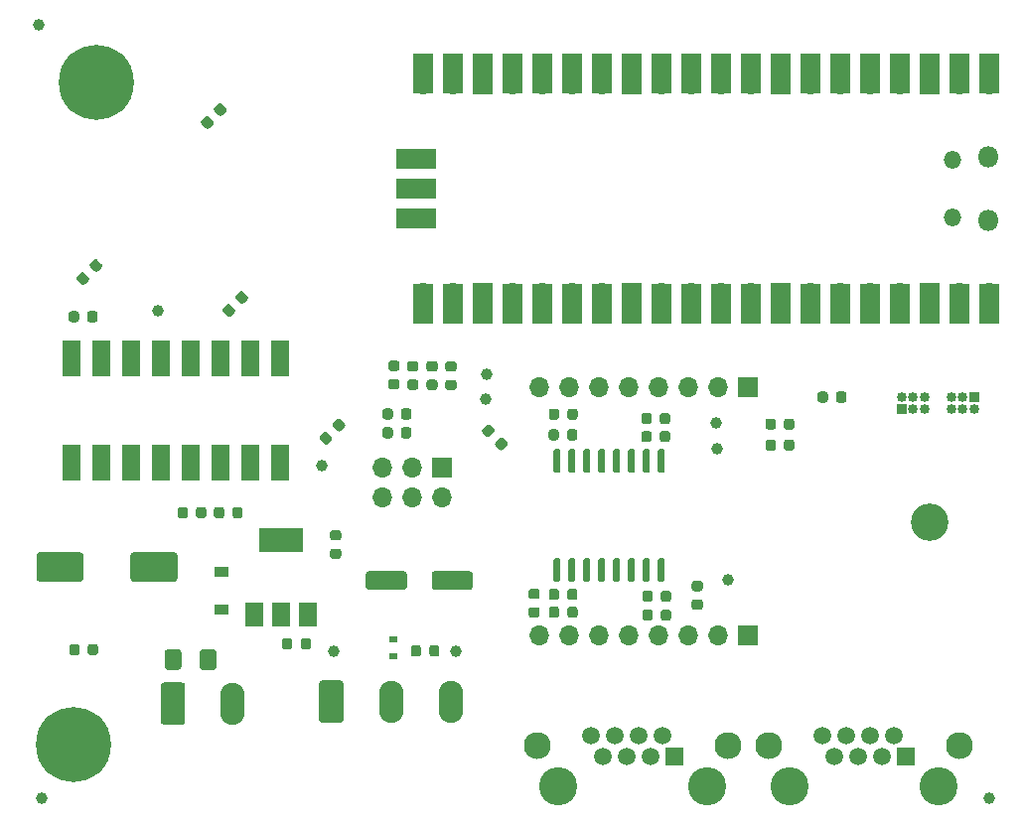
<source format=gbr>
%TF.GenerationSoftware,KiCad,Pcbnew,5.1.9+dfsg1-1+deb11u1*%
%TF.CreationDate,2022-10-19T16:44:56+02:00*%
%TF.ProjectId,firefly,66697265-666c-4792-9e6b-696361645f70,rev?*%
%TF.SameCoordinates,Original*%
%TF.FileFunction,Soldermask,Top*%
%TF.FilePolarity,Negative*%
%FSLAX46Y46*%
G04 Gerber Fmt 4.6, Leading zero omitted, Abs format (unit mm)*
G04 Created by KiCad (PCBNEW 5.1.9+dfsg1-1+deb11u1) date 2022-10-19 16:44:56*
%MOMM*%
%LPD*%
G01*
G04 APERTURE LIST*
%ADD10C,1.000000*%
%ADD11C,2.300000*%
%ADD12C,3.250000*%
%ADD13C,1.500000*%
%ADD14R,1.500000X1.500000*%
%ADD15O,2.080000X3.600000*%
%ADD16R,1.200000X0.900000*%
%ADD17R,1.700000X1.700000*%
%ADD18O,1.700000X1.700000*%
%ADD19R,1.600000X3.100000*%
%ADD20C,3.200000*%
%ADD21C,0.800000*%
%ADD22C,6.400000*%
%ADD23R,3.800000X2.000000*%
%ADD24R,1.500000X2.000000*%
%ADD25R,0.700000X0.600000*%
%ADD26O,0.850000X0.850000*%
%ADD27R,0.850000X0.850000*%
%ADD28R,1.700000X3.500000*%
%ADD29O,1.800000X1.800000*%
%ADD30O,1.500000X1.500000*%
%ADD31R,3.500000X1.700000*%
G04 APERTURE END LIST*
%TO.C,C120*%
G36*
G01*
X142026316Y-68766291D02*
X142388709Y-69128684D01*
G75*
G02*
X142388709Y-69438044I-154680J-154680D01*
G01*
X142079350Y-69747403D01*
G75*
G02*
X141769990Y-69747403I-154680J154680D01*
G01*
X141407597Y-69385010D01*
G75*
G02*
X141407597Y-69075650I154680J154680D01*
G01*
X141716956Y-68766291D01*
G75*
G02*
X142026316Y-68766291I154680J-154680D01*
G01*
G37*
G36*
G01*
X143140010Y-67652597D02*
X143502403Y-68014990D01*
G75*
G02*
X143502403Y-68324350I-154680J-154680D01*
G01*
X143193044Y-68633709D01*
G75*
G02*
X142883684Y-68633709I-154680J154680D01*
G01*
X142521291Y-68271316D01*
G75*
G02*
X142521291Y-67961956I154680J154680D01*
G01*
X142830650Y-67652597D01*
G75*
G02*
X143140010Y-67652597I154680J-154680D01*
G01*
G37*
%TD*%
%TO.C,C109*%
G36*
G01*
X159755000Y-100143750D02*
X159755000Y-100656250D01*
G75*
G02*
X159536250Y-100875000I-218750J0D01*
G01*
X159098750Y-100875000D01*
G75*
G02*
X158880000Y-100656250I0J218750D01*
G01*
X158880000Y-100143750D01*
G75*
G02*
X159098750Y-99925000I218750J0D01*
G01*
X159536250Y-99925000D01*
G75*
G02*
X159755000Y-100143750I0J-218750D01*
G01*
G37*
G36*
G01*
X161330000Y-100143750D02*
X161330000Y-100656250D01*
G75*
G02*
X161111250Y-100875000I-218750J0D01*
G01*
X160673750Y-100875000D01*
G75*
G02*
X160455000Y-100656250I0J218750D01*
G01*
X160455000Y-100143750D01*
G75*
G02*
X160673750Y-99925000I218750J0D01*
G01*
X161111250Y-99925000D01*
G75*
G02*
X161330000Y-100143750I0J-218750D01*
G01*
G37*
%TD*%
D10*
%TO.C,FID3*%
X138361000Y-113600000D03*
%TD*%
%TO.C,FID1*%
X138107000Y-47628000D03*
%TD*%
%TO.C,C121*%
G36*
G01*
X152374190Y-56439643D02*
X152011797Y-56077250D01*
G75*
G02*
X152011797Y-55767890I154680J154680D01*
G01*
X152321156Y-55458531D01*
G75*
G02*
X152630516Y-55458531I154680J-154680D01*
G01*
X152992909Y-55820924D01*
G75*
G02*
X152992909Y-56130284I-154680J-154680D01*
G01*
X152683550Y-56439643D01*
G75*
G02*
X152374190Y-56439643I-154680J154680D01*
G01*
G37*
G36*
G01*
X153487884Y-55325949D02*
X153125491Y-54963556D01*
G75*
G02*
X153125491Y-54654196I154680J154680D01*
G01*
X153434850Y-54344837D01*
G75*
G02*
X153744210Y-54344837I154680J-154680D01*
G01*
X154106603Y-54707230D01*
G75*
G02*
X154106603Y-55016590I-154680J-154680D01*
G01*
X153797244Y-55325949D01*
G75*
G02*
X153487884Y-55325949I-154680J154680D01*
G01*
G37*
%TD*%
%TO.C,C123*%
G36*
G01*
X162482343Y-83364650D02*
X162119950Y-83002257D01*
G75*
G02*
X162119950Y-82692897I154680J154680D01*
G01*
X162429309Y-82383538D01*
G75*
G02*
X162738669Y-82383538I154680J-154680D01*
G01*
X163101062Y-82745931D01*
G75*
G02*
X163101062Y-83055291I-154680J-154680D01*
G01*
X162791703Y-83364650D01*
G75*
G02*
X162482343Y-83364650I-154680J154680D01*
G01*
G37*
G36*
G01*
X163596037Y-82250956D02*
X163233644Y-81888563D01*
G75*
G02*
X163233644Y-81579203I154680J154680D01*
G01*
X163543003Y-81269844D01*
G75*
G02*
X163852363Y-81269844I154680J-154680D01*
G01*
X164214756Y-81632237D01*
G75*
G02*
X164214756Y-81941597I-154680J-154680D01*
G01*
X163905397Y-82250956D01*
G75*
G02*
X163596037Y-82250956I-154680J154680D01*
G01*
G37*
%TD*%
%TO.C,R2*%
G36*
G01*
X173018750Y-77890000D02*
X173531250Y-77890000D01*
G75*
G02*
X173750000Y-78108750I0J-218750D01*
G01*
X173750000Y-78546250D01*
G75*
G02*
X173531250Y-78765000I-218750J0D01*
G01*
X173018750Y-78765000D01*
G75*
G02*
X172800000Y-78546250I0J218750D01*
G01*
X172800000Y-78108750D01*
G75*
G02*
X173018750Y-77890000I218750J0D01*
G01*
G37*
G36*
G01*
X173018750Y-76315000D02*
X173531250Y-76315000D01*
G75*
G02*
X173750000Y-76533750I0J-218750D01*
G01*
X173750000Y-76971250D01*
G75*
G02*
X173531250Y-77190000I-218750J0D01*
G01*
X173018750Y-77190000D01*
G75*
G02*
X172800000Y-76971250I0J218750D01*
G01*
X172800000Y-76533750D01*
G75*
G02*
X173018750Y-76315000I218750J0D01*
G01*
G37*
%TD*%
D11*
%TO.C,J2*%
X216645000Y-109120000D03*
X200385000Y-109120000D03*
D12*
X202165000Y-112550000D03*
X214865000Y-112550000D03*
D13*
X204963000Y-108230000D03*
X206995000Y-108230000D03*
X209027000Y-108230000D03*
X211059000Y-108230000D03*
X205979000Y-110010000D03*
X208011000Y-110010000D03*
X210043000Y-110010000D03*
D14*
X212075000Y-110010000D03*
%TD*%
%TO.C,J1*%
X192315000Y-110010000D03*
D13*
X190283000Y-110010000D03*
X188251000Y-110010000D03*
X186219000Y-110010000D03*
X191299000Y-108230000D03*
X189267000Y-108230000D03*
X187235000Y-108230000D03*
X185203000Y-108230000D03*
D12*
X195105000Y-112550000D03*
X182405000Y-112550000D03*
D11*
X180625000Y-109120000D03*
X196885000Y-109120000D03*
%TD*%
%TO.C,Jadd1*%
G36*
G01*
X162035000Y-106870003D02*
X162035000Y-103769997D01*
G75*
G02*
X162284997Y-103520000I249997J0D01*
G01*
X163865003Y-103520000D01*
G75*
G02*
X164115000Y-103769997I0J-249997D01*
G01*
X164115000Y-106870003D01*
G75*
G02*
X163865003Y-107120000I-249997J0D01*
G01*
X162284997Y-107120000D01*
G75*
G02*
X162035000Y-106870003I0J249997D01*
G01*
G37*
D15*
X168155000Y-105320000D03*
X173235000Y-105320000D03*
%TD*%
%TO.C,Cvin1*%
G36*
G01*
X137955000Y-94850000D02*
X137955000Y-92850000D01*
G75*
G02*
X138205000Y-92600000I250000J0D01*
G01*
X141705000Y-92600000D01*
G75*
G02*
X141955000Y-92850000I0J-250000D01*
G01*
X141955000Y-94850000D01*
G75*
G02*
X141705000Y-95100000I-250000J0D01*
G01*
X138205000Y-95100000D01*
G75*
G02*
X137955000Y-94850000I0J250000D01*
G01*
G37*
G36*
G01*
X145955000Y-94850000D02*
X145955000Y-92850000D01*
G75*
G02*
X146205000Y-92600000I250000J0D01*
G01*
X149705000Y-92600000D01*
G75*
G02*
X149955000Y-92850000I0J-250000D01*
G01*
X149955000Y-94850000D01*
G75*
G02*
X149705000Y-95100000I-250000J0D01*
G01*
X146205000Y-95100000D01*
G75*
G02*
X145955000Y-94850000I0J250000D01*
G01*
G37*
%TD*%
%TO.C,C102*%
G36*
G01*
X167450000Y-81056250D02*
X167450000Y-80543750D01*
G75*
G02*
X167668750Y-80325000I218750J0D01*
G01*
X168106250Y-80325000D01*
G75*
G02*
X168325000Y-80543750I0J-218750D01*
G01*
X168325000Y-81056250D01*
G75*
G02*
X168106250Y-81275000I-218750J0D01*
G01*
X167668750Y-81275000D01*
G75*
G02*
X167450000Y-81056250I0J218750D01*
G01*
G37*
G36*
G01*
X169025000Y-81056250D02*
X169025000Y-80543750D01*
G75*
G02*
X169243750Y-80325000I218750J0D01*
G01*
X169681250Y-80325000D01*
G75*
G02*
X169900000Y-80543750I0J-218750D01*
G01*
X169900000Y-81056250D01*
G75*
G02*
X169681250Y-81275000I-218750J0D01*
G01*
X169243750Y-81275000D01*
G75*
G02*
X169025000Y-81056250I0J218750D01*
G01*
G37*
%TD*%
%TO.C,C103*%
G36*
G01*
X200965000Y-83203750D02*
X200965000Y-83716250D01*
G75*
G02*
X200746250Y-83935000I-218750J0D01*
G01*
X200308750Y-83935000D01*
G75*
G02*
X200090000Y-83716250I0J218750D01*
G01*
X200090000Y-83203750D01*
G75*
G02*
X200308750Y-82985000I218750J0D01*
G01*
X200746250Y-82985000D01*
G75*
G02*
X200965000Y-83203750I0J-218750D01*
G01*
G37*
G36*
G01*
X202540000Y-83203750D02*
X202540000Y-83716250D01*
G75*
G02*
X202321250Y-83935000I-218750J0D01*
G01*
X201883750Y-83935000D01*
G75*
G02*
X201665000Y-83716250I0J218750D01*
G01*
X201665000Y-83203750D01*
G75*
G02*
X201883750Y-82985000I218750J0D01*
G01*
X202321250Y-82985000D01*
G75*
G02*
X202540000Y-83203750I0J-218750D01*
G01*
G37*
%TD*%
%TO.C,C104*%
G36*
G01*
X167450000Y-82656250D02*
X167450000Y-82143750D01*
G75*
G02*
X167668750Y-81925000I218750J0D01*
G01*
X168106250Y-81925000D01*
G75*
G02*
X168325000Y-82143750I0J-218750D01*
G01*
X168325000Y-82656250D01*
G75*
G02*
X168106250Y-82875000I-218750J0D01*
G01*
X167668750Y-82875000D01*
G75*
G02*
X167450000Y-82656250I0J218750D01*
G01*
G37*
G36*
G01*
X169025000Y-82656250D02*
X169025000Y-82143750D01*
G75*
G02*
X169243750Y-81925000I218750J0D01*
G01*
X169681250Y-81925000D01*
G75*
G02*
X169900000Y-82143750I0J-218750D01*
G01*
X169900000Y-82656250D01*
G75*
G02*
X169681250Y-82875000I-218750J0D01*
G01*
X169243750Y-82875000D01*
G75*
G02*
X169025000Y-82656250I0J218750D01*
G01*
G37*
%TD*%
%TO.C,C105*%
G36*
G01*
X200965000Y-81403750D02*
X200965000Y-81916250D01*
G75*
G02*
X200746250Y-82135000I-218750J0D01*
G01*
X200308750Y-82135000D01*
G75*
G02*
X200090000Y-81916250I0J218750D01*
G01*
X200090000Y-81403750D01*
G75*
G02*
X200308750Y-81185000I218750J0D01*
G01*
X200746250Y-81185000D01*
G75*
G02*
X200965000Y-81403750I0J-218750D01*
G01*
G37*
G36*
G01*
X202540000Y-81403750D02*
X202540000Y-81916250D01*
G75*
G02*
X202321250Y-82135000I-218750J0D01*
G01*
X201883750Y-82135000D01*
G75*
G02*
X201665000Y-81916250I0J218750D01*
G01*
X201665000Y-81403750D01*
G75*
G02*
X201883750Y-81185000I218750J0D01*
G01*
X202321250Y-81185000D01*
G75*
G02*
X202540000Y-81403750I0J-218750D01*
G01*
G37*
%TD*%
%TO.C,C108*%
G36*
G01*
X205415000Y-79103750D02*
X205415000Y-79616250D01*
G75*
G02*
X205196250Y-79835000I-218750J0D01*
G01*
X204758750Y-79835000D01*
G75*
G02*
X204540000Y-79616250I0J218750D01*
G01*
X204540000Y-79103750D01*
G75*
G02*
X204758750Y-78885000I218750J0D01*
G01*
X205196250Y-78885000D01*
G75*
G02*
X205415000Y-79103750I0J-218750D01*
G01*
G37*
G36*
G01*
X206990000Y-79103750D02*
X206990000Y-79616250D01*
G75*
G02*
X206771250Y-79835000I-218750J0D01*
G01*
X206333750Y-79835000D01*
G75*
G02*
X206115000Y-79616250I0J218750D01*
G01*
X206115000Y-79103750D01*
G75*
G02*
X206333750Y-78885000I218750J0D01*
G01*
X206771250Y-78885000D01*
G75*
G02*
X206990000Y-79103750I0J-218750D01*
G01*
G37*
%TD*%
%TO.C,C110*%
G36*
G01*
X163188750Y-90705000D02*
X163701250Y-90705000D01*
G75*
G02*
X163920000Y-90923750I0J-218750D01*
G01*
X163920000Y-91361250D01*
G75*
G02*
X163701250Y-91580000I-218750J0D01*
G01*
X163188750Y-91580000D01*
G75*
G02*
X162970000Y-91361250I0J218750D01*
G01*
X162970000Y-90923750D01*
G75*
G02*
X163188750Y-90705000I218750J0D01*
G01*
G37*
G36*
G01*
X163188750Y-92280000D02*
X163701250Y-92280000D01*
G75*
G02*
X163920000Y-92498750I0J-218750D01*
G01*
X163920000Y-92936250D01*
G75*
G02*
X163701250Y-93155000I-218750J0D01*
G01*
X163188750Y-93155000D01*
G75*
G02*
X162970000Y-92936250I0J218750D01*
G01*
X162970000Y-92498750D01*
G75*
G02*
X163188750Y-92280000I218750J0D01*
G01*
G37*
%TD*%
%TO.C,C111*%
G36*
G01*
X184050000Y-82318750D02*
X184050000Y-82831250D01*
G75*
G02*
X183831250Y-83050000I-218750J0D01*
G01*
X183393750Y-83050000D01*
G75*
G02*
X183175000Y-82831250I0J218750D01*
G01*
X183175000Y-82318750D01*
G75*
G02*
X183393750Y-82100000I218750J0D01*
G01*
X183831250Y-82100000D01*
G75*
G02*
X184050000Y-82318750I0J-218750D01*
G01*
G37*
G36*
G01*
X182475000Y-82318750D02*
X182475000Y-82831250D01*
G75*
G02*
X182256250Y-83050000I-218750J0D01*
G01*
X181818750Y-83050000D01*
G75*
G02*
X181600000Y-82831250I0J218750D01*
G01*
X181600000Y-82318750D01*
G75*
G02*
X181818750Y-82100000I218750J0D01*
G01*
X182256250Y-82100000D01*
G75*
G02*
X182475000Y-82318750I0J-218750D01*
G01*
G37*
%TD*%
%TO.C,C112*%
G36*
G01*
X190385000Y-82473750D02*
X190385000Y-82986250D01*
G75*
G02*
X190166250Y-83205000I-218750J0D01*
G01*
X189728750Y-83205000D01*
G75*
G02*
X189510000Y-82986250I0J218750D01*
G01*
X189510000Y-82473750D01*
G75*
G02*
X189728750Y-82255000I218750J0D01*
G01*
X190166250Y-82255000D01*
G75*
G02*
X190385000Y-82473750I0J-218750D01*
G01*
G37*
G36*
G01*
X191960000Y-82473750D02*
X191960000Y-82986250D01*
G75*
G02*
X191741250Y-83205000I-218750J0D01*
G01*
X191303750Y-83205000D01*
G75*
G02*
X191085000Y-82986250I0J218750D01*
G01*
X191085000Y-82473750D01*
G75*
G02*
X191303750Y-82255000I218750J0D01*
G01*
X191741250Y-82255000D01*
G75*
G02*
X191960000Y-82473750I0J-218750D01*
G01*
G37*
%TD*%
%TO.C,C113*%
G36*
G01*
X181625000Y-81081250D02*
X181625000Y-80568750D01*
G75*
G02*
X181843750Y-80350000I218750J0D01*
G01*
X182281250Y-80350000D01*
G75*
G02*
X182500000Y-80568750I0J-218750D01*
G01*
X182500000Y-81081250D01*
G75*
G02*
X182281250Y-81300000I-218750J0D01*
G01*
X181843750Y-81300000D01*
G75*
G02*
X181625000Y-81081250I0J218750D01*
G01*
G37*
G36*
G01*
X183200000Y-81081250D02*
X183200000Y-80568750D01*
G75*
G02*
X183418750Y-80350000I218750J0D01*
G01*
X183856250Y-80350000D01*
G75*
G02*
X184075000Y-80568750I0J-218750D01*
G01*
X184075000Y-81081250D01*
G75*
G02*
X183856250Y-81300000I-218750J0D01*
G01*
X183418750Y-81300000D01*
G75*
G02*
X183200000Y-81081250I0J218750D01*
G01*
G37*
%TD*%
%TO.C,C114*%
G36*
G01*
X189510000Y-81446250D02*
X189510000Y-80933750D01*
G75*
G02*
X189728750Y-80715000I218750J0D01*
G01*
X190166250Y-80715000D01*
G75*
G02*
X190385000Y-80933750I0J-218750D01*
G01*
X190385000Y-81446250D01*
G75*
G02*
X190166250Y-81665000I-218750J0D01*
G01*
X189728750Y-81665000D01*
G75*
G02*
X189510000Y-81446250I0J218750D01*
G01*
G37*
G36*
G01*
X191085000Y-81446250D02*
X191085000Y-80933750D01*
G75*
G02*
X191303750Y-80715000I218750J0D01*
G01*
X191741250Y-80715000D01*
G75*
G02*
X191960000Y-80933750I0J-218750D01*
G01*
X191960000Y-81446250D01*
G75*
G02*
X191741250Y-81665000I-218750J0D01*
G01*
X191303750Y-81665000D01*
G75*
G02*
X191085000Y-81446250I0J218750D01*
G01*
G37*
%TD*%
%TO.C,C115*%
G36*
G01*
X189600000Y-96606250D02*
X189600000Y-96093750D01*
G75*
G02*
X189818750Y-95875000I218750J0D01*
G01*
X190256250Y-95875000D01*
G75*
G02*
X190475000Y-96093750I0J-218750D01*
G01*
X190475000Y-96606250D01*
G75*
G02*
X190256250Y-96825000I-218750J0D01*
G01*
X189818750Y-96825000D01*
G75*
G02*
X189600000Y-96606250I0J218750D01*
G01*
G37*
G36*
G01*
X191175000Y-96606250D02*
X191175000Y-96093750D01*
G75*
G02*
X191393750Y-95875000I218750J0D01*
G01*
X191831250Y-95875000D01*
G75*
G02*
X192050000Y-96093750I0J-218750D01*
G01*
X192050000Y-96606250D01*
G75*
G02*
X191831250Y-96825000I-218750J0D01*
G01*
X191393750Y-96825000D01*
G75*
G02*
X191175000Y-96606250I0J218750D01*
G01*
G37*
%TD*%
%TO.C,C116*%
G36*
G01*
X181615000Y-96436250D02*
X181615000Y-95923750D01*
G75*
G02*
X181833750Y-95705000I218750J0D01*
G01*
X182271250Y-95705000D01*
G75*
G02*
X182490000Y-95923750I0J-218750D01*
G01*
X182490000Y-96436250D01*
G75*
G02*
X182271250Y-96655000I-218750J0D01*
G01*
X181833750Y-96655000D01*
G75*
G02*
X181615000Y-96436250I0J218750D01*
G01*
G37*
G36*
G01*
X183190000Y-96436250D02*
X183190000Y-95923750D01*
G75*
G02*
X183408750Y-95705000I218750J0D01*
G01*
X183846250Y-95705000D01*
G75*
G02*
X184065000Y-95923750I0J-218750D01*
G01*
X184065000Y-96436250D01*
G75*
G02*
X183846250Y-96655000I-218750J0D01*
G01*
X183408750Y-96655000D01*
G75*
G02*
X183190000Y-96436250I0J218750D01*
G01*
G37*
%TD*%
%TO.C,C117*%
G36*
G01*
X191175000Y-98206250D02*
X191175000Y-97693750D01*
G75*
G02*
X191393750Y-97475000I218750J0D01*
G01*
X191831250Y-97475000D01*
G75*
G02*
X192050000Y-97693750I0J-218750D01*
G01*
X192050000Y-98206250D01*
G75*
G02*
X191831250Y-98425000I-218750J0D01*
G01*
X191393750Y-98425000D01*
G75*
G02*
X191175000Y-98206250I0J218750D01*
G01*
G37*
G36*
G01*
X189600000Y-98206250D02*
X189600000Y-97693750D01*
G75*
G02*
X189818750Y-97475000I218750J0D01*
G01*
X190256250Y-97475000D01*
G75*
G02*
X190475000Y-97693750I0J-218750D01*
G01*
X190475000Y-98206250D01*
G75*
G02*
X190256250Y-98425000I-218750J0D01*
G01*
X189818750Y-98425000D01*
G75*
G02*
X189600000Y-98206250I0J218750D01*
G01*
G37*
%TD*%
%TO.C,C118*%
G36*
G01*
X183195000Y-97956250D02*
X183195000Y-97443750D01*
G75*
G02*
X183413750Y-97225000I218750J0D01*
G01*
X183851250Y-97225000D01*
G75*
G02*
X184070000Y-97443750I0J-218750D01*
G01*
X184070000Y-97956250D01*
G75*
G02*
X183851250Y-98175000I-218750J0D01*
G01*
X183413750Y-98175000D01*
G75*
G02*
X183195000Y-97956250I0J218750D01*
G01*
G37*
G36*
G01*
X181620000Y-97956250D02*
X181620000Y-97443750D01*
G75*
G02*
X181838750Y-97225000I218750J0D01*
G01*
X182276250Y-97225000D01*
G75*
G02*
X182495000Y-97443750I0J-218750D01*
G01*
X182495000Y-97956250D01*
G75*
G02*
X182276250Y-98175000I-218750J0D01*
G01*
X181838750Y-98175000D01*
G75*
G02*
X181620000Y-97956250I0J218750D01*
G01*
G37*
%TD*%
D16*
%TO.C,D102*%
X153755000Y-97520000D03*
X153755000Y-94220000D03*
%TD*%
%TO.C,D103*%
G36*
G01*
X154655000Y-89476250D02*
X154655000Y-88963750D01*
G75*
G02*
X154873750Y-88745000I218750J0D01*
G01*
X155311250Y-88745000D01*
G75*
G02*
X155530000Y-88963750I0J-218750D01*
G01*
X155530000Y-89476250D01*
G75*
G02*
X155311250Y-89695000I-218750J0D01*
G01*
X154873750Y-89695000D01*
G75*
G02*
X154655000Y-89476250I0J218750D01*
G01*
G37*
G36*
G01*
X153080000Y-89476250D02*
X153080000Y-88963750D01*
G75*
G02*
X153298750Y-88745000I218750J0D01*
G01*
X153736250Y-88745000D01*
G75*
G02*
X153955000Y-88963750I0J-218750D01*
G01*
X153955000Y-89476250D01*
G75*
G02*
X153736250Y-89695000I-218750J0D01*
G01*
X153298750Y-89695000D01*
G75*
G02*
X153080000Y-89476250I0J218750D01*
G01*
G37*
%TD*%
D17*
%TO.C,J101*%
X172475000Y-85400000D03*
D18*
X172475000Y-87940000D03*
X169935000Y-85400000D03*
X169935000Y-87940000D03*
X167395000Y-85400000D03*
X167395000Y-87940000D03*
%TD*%
%TO.C,R102*%
G36*
G01*
X143150000Y-72243750D02*
X143150000Y-72756250D01*
G75*
G02*
X142931250Y-72975000I-218750J0D01*
G01*
X142493750Y-72975000D01*
G75*
G02*
X142275000Y-72756250I0J218750D01*
G01*
X142275000Y-72243750D01*
G75*
G02*
X142493750Y-72025000I218750J0D01*
G01*
X142931250Y-72025000D01*
G75*
G02*
X143150000Y-72243750I0J-218750D01*
G01*
G37*
G36*
G01*
X141575000Y-72243750D02*
X141575000Y-72756250D01*
G75*
G02*
X141356250Y-72975000I-218750J0D01*
G01*
X140918750Y-72975000D01*
G75*
G02*
X140700000Y-72756250I0J218750D01*
G01*
X140700000Y-72243750D01*
G75*
G02*
X140918750Y-72025000I218750J0D01*
G01*
X141356250Y-72025000D01*
G75*
G02*
X141575000Y-72243750I0J-218750D01*
G01*
G37*
%TD*%
%TO.C,R104*%
G36*
G01*
X151545000Y-89476250D02*
X151545000Y-88963750D01*
G75*
G02*
X151763750Y-88745000I218750J0D01*
G01*
X152201250Y-88745000D01*
G75*
G02*
X152420000Y-88963750I0J-218750D01*
G01*
X152420000Y-89476250D01*
G75*
G02*
X152201250Y-89695000I-218750J0D01*
G01*
X151763750Y-89695000D01*
G75*
G02*
X151545000Y-89476250I0J218750D01*
G01*
G37*
G36*
G01*
X149970000Y-89476250D02*
X149970000Y-88963750D01*
G75*
G02*
X150188750Y-88745000I218750J0D01*
G01*
X150626250Y-88745000D01*
G75*
G02*
X150845000Y-88963750I0J-218750D01*
G01*
X150845000Y-89476250D01*
G75*
G02*
X150626250Y-89695000I-218750J0D01*
G01*
X150188750Y-89695000D01*
G75*
G02*
X149970000Y-89476250I0J218750D01*
G01*
G37*
%TD*%
%TO.C,Radd1*%
G36*
G01*
X169850000Y-101256250D02*
X169850000Y-100743750D01*
G75*
G02*
X170068750Y-100525000I218750J0D01*
G01*
X170506250Y-100525000D01*
G75*
G02*
X170725000Y-100743750I0J-218750D01*
G01*
X170725000Y-101256250D01*
G75*
G02*
X170506250Y-101475000I-218750J0D01*
G01*
X170068750Y-101475000D01*
G75*
G02*
X169850000Y-101256250I0J218750D01*
G01*
G37*
G36*
G01*
X171425000Y-101256250D02*
X171425000Y-100743750D01*
G75*
G02*
X171643750Y-100525000I218750J0D01*
G01*
X172081250Y-100525000D01*
G75*
G02*
X172300000Y-100743750I0J-218750D01*
G01*
X172300000Y-101256250D01*
G75*
G02*
X172081250Y-101475000I-218750J0D01*
G01*
X171643750Y-101475000D01*
G75*
G02*
X171425000Y-101256250I0J218750D01*
G01*
G37*
%TD*%
D19*
%TO.C,SW101*%
X140935000Y-84945000D03*
X158715000Y-76055000D03*
X143475000Y-84945000D03*
X156175000Y-76055000D03*
X146015000Y-84945000D03*
X153635000Y-76055000D03*
X148555000Y-84945000D03*
X151095000Y-76055000D03*
X151095000Y-84945000D03*
X148555000Y-76055000D03*
X153635000Y-84945000D03*
X146015000Y-76055000D03*
X156175000Y-84945000D03*
X143475000Y-76055000D03*
X158715000Y-84945000D03*
X140935000Y-76055000D03*
%TD*%
%TO.C,U103*%
G36*
G01*
X191070000Y-83775000D02*
X191370000Y-83775000D01*
G75*
G02*
X191520000Y-83925000I0J-150000D01*
G01*
X191520000Y-85675000D01*
G75*
G02*
X191370000Y-85825000I-150000J0D01*
G01*
X191070000Y-85825000D01*
G75*
G02*
X190920000Y-85675000I0J150000D01*
G01*
X190920000Y-83925000D01*
G75*
G02*
X191070000Y-83775000I150000J0D01*
G01*
G37*
G36*
G01*
X189800000Y-83775000D02*
X190100000Y-83775000D01*
G75*
G02*
X190250000Y-83925000I0J-150000D01*
G01*
X190250000Y-85675000D01*
G75*
G02*
X190100000Y-85825000I-150000J0D01*
G01*
X189800000Y-85825000D01*
G75*
G02*
X189650000Y-85675000I0J150000D01*
G01*
X189650000Y-83925000D01*
G75*
G02*
X189800000Y-83775000I150000J0D01*
G01*
G37*
G36*
G01*
X188530000Y-83775000D02*
X188830000Y-83775000D01*
G75*
G02*
X188980000Y-83925000I0J-150000D01*
G01*
X188980000Y-85675000D01*
G75*
G02*
X188830000Y-85825000I-150000J0D01*
G01*
X188530000Y-85825000D01*
G75*
G02*
X188380000Y-85675000I0J150000D01*
G01*
X188380000Y-83925000D01*
G75*
G02*
X188530000Y-83775000I150000J0D01*
G01*
G37*
G36*
G01*
X187260000Y-83775000D02*
X187560000Y-83775000D01*
G75*
G02*
X187710000Y-83925000I0J-150000D01*
G01*
X187710000Y-85675000D01*
G75*
G02*
X187560000Y-85825000I-150000J0D01*
G01*
X187260000Y-85825000D01*
G75*
G02*
X187110000Y-85675000I0J150000D01*
G01*
X187110000Y-83925000D01*
G75*
G02*
X187260000Y-83775000I150000J0D01*
G01*
G37*
G36*
G01*
X185990000Y-83775000D02*
X186290000Y-83775000D01*
G75*
G02*
X186440000Y-83925000I0J-150000D01*
G01*
X186440000Y-85675000D01*
G75*
G02*
X186290000Y-85825000I-150000J0D01*
G01*
X185990000Y-85825000D01*
G75*
G02*
X185840000Y-85675000I0J150000D01*
G01*
X185840000Y-83925000D01*
G75*
G02*
X185990000Y-83775000I150000J0D01*
G01*
G37*
G36*
G01*
X184720000Y-83775000D02*
X185020000Y-83775000D01*
G75*
G02*
X185170000Y-83925000I0J-150000D01*
G01*
X185170000Y-85675000D01*
G75*
G02*
X185020000Y-85825000I-150000J0D01*
G01*
X184720000Y-85825000D01*
G75*
G02*
X184570000Y-85675000I0J150000D01*
G01*
X184570000Y-83925000D01*
G75*
G02*
X184720000Y-83775000I150000J0D01*
G01*
G37*
G36*
G01*
X183450000Y-83775000D02*
X183750000Y-83775000D01*
G75*
G02*
X183900000Y-83925000I0J-150000D01*
G01*
X183900000Y-85675000D01*
G75*
G02*
X183750000Y-85825000I-150000J0D01*
G01*
X183450000Y-85825000D01*
G75*
G02*
X183300000Y-85675000I0J150000D01*
G01*
X183300000Y-83925000D01*
G75*
G02*
X183450000Y-83775000I150000J0D01*
G01*
G37*
G36*
G01*
X182180000Y-83775000D02*
X182480000Y-83775000D01*
G75*
G02*
X182630000Y-83925000I0J-150000D01*
G01*
X182630000Y-85675000D01*
G75*
G02*
X182480000Y-85825000I-150000J0D01*
G01*
X182180000Y-85825000D01*
G75*
G02*
X182030000Y-85675000I0J150000D01*
G01*
X182030000Y-83925000D01*
G75*
G02*
X182180000Y-83775000I150000J0D01*
G01*
G37*
G36*
G01*
X182180000Y-93075000D02*
X182480000Y-93075000D01*
G75*
G02*
X182630000Y-93225000I0J-150000D01*
G01*
X182630000Y-94975000D01*
G75*
G02*
X182480000Y-95125000I-150000J0D01*
G01*
X182180000Y-95125000D01*
G75*
G02*
X182030000Y-94975000I0J150000D01*
G01*
X182030000Y-93225000D01*
G75*
G02*
X182180000Y-93075000I150000J0D01*
G01*
G37*
G36*
G01*
X183450000Y-93075000D02*
X183750000Y-93075000D01*
G75*
G02*
X183900000Y-93225000I0J-150000D01*
G01*
X183900000Y-94975000D01*
G75*
G02*
X183750000Y-95125000I-150000J0D01*
G01*
X183450000Y-95125000D01*
G75*
G02*
X183300000Y-94975000I0J150000D01*
G01*
X183300000Y-93225000D01*
G75*
G02*
X183450000Y-93075000I150000J0D01*
G01*
G37*
G36*
G01*
X184720000Y-93075000D02*
X185020000Y-93075000D01*
G75*
G02*
X185170000Y-93225000I0J-150000D01*
G01*
X185170000Y-94975000D01*
G75*
G02*
X185020000Y-95125000I-150000J0D01*
G01*
X184720000Y-95125000D01*
G75*
G02*
X184570000Y-94975000I0J150000D01*
G01*
X184570000Y-93225000D01*
G75*
G02*
X184720000Y-93075000I150000J0D01*
G01*
G37*
G36*
G01*
X185990000Y-93075000D02*
X186290000Y-93075000D01*
G75*
G02*
X186440000Y-93225000I0J-150000D01*
G01*
X186440000Y-94975000D01*
G75*
G02*
X186290000Y-95125000I-150000J0D01*
G01*
X185990000Y-95125000D01*
G75*
G02*
X185840000Y-94975000I0J150000D01*
G01*
X185840000Y-93225000D01*
G75*
G02*
X185990000Y-93075000I150000J0D01*
G01*
G37*
G36*
G01*
X187260000Y-93075000D02*
X187560000Y-93075000D01*
G75*
G02*
X187710000Y-93225000I0J-150000D01*
G01*
X187710000Y-94975000D01*
G75*
G02*
X187560000Y-95125000I-150000J0D01*
G01*
X187260000Y-95125000D01*
G75*
G02*
X187110000Y-94975000I0J150000D01*
G01*
X187110000Y-93225000D01*
G75*
G02*
X187260000Y-93075000I150000J0D01*
G01*
G37*
G36*
G01*
X188530000Y-93075000D02*
X188830000Y-93075000D01*
G75*
G02*
X188980000Y-93225000I0J-150000D01*
G01*
X188980000Y-94975000D01*
G75*
G02*
X188830000Y-95125000I-150000J0D01*
G01*
X188530000Y-95125000D01*
G75*
G02*
X188380000Y-94975000I0J150000D01*
G01*
X188380000Y-93225000D01*
G75*
G02*
X188530000Y-93075000I150000J0D01*
G01*
G37*
G36*
G01*
X189800000Y-93075000D02*
X190100000Y-93075000D01*
G75*
G02*
X190250000Y-93225000I0J-150000D01*
G01*
X190250000Y-94975000D01*
G75*
G02*
X190100000Y-95125000I-150000J0D01*
G01*
X189800000Y-95125000D01*
G75*
G02*
X189650000Y-94975000I0J150000D01*
G01*
X189650000Y-93225000D01*
G75*
G02*
X189800000Y-93075000I150000J0D01*
G01*
G37*
G36*
G01*
X191070000Y-93075000D02*
X191370000Y-93075000D01*
G75*
G02*
X191520000Y-93225000I0J-150000D01*
G01*
X191520000Y-94975000D01*
G75*
G02*
X191370000Y-95125000I-150000J0D01*
G01*
X191070000Y-95125000D01*
G75*
G02*
X190920000Y-94975000I0J150000D01*
G01*
X190920000Y-93225000D01*
G75*
G02*
X191070000Y-93075000I150000J0D01*
G01*
G37*
%TD*%
%TO.C,F1*%
G36*
G01*
X153275000Y-101125000D02*
X153275000Y-102375000D01*
G75*
G02*
X153025000Y-102625000I-250000J0D01*
G01*
X152100000Y-102625000D01*
G75*
G02*
X151850000Y-102375000I0J250000D01*
G01*
X151850000Y-101125000D01*
G75*
G02*
X152100000Y-100875000I250000J0D01*
G01*
X153025000Y-100875000D01*
G75*
G02*
X153275000Y-101125000I0J-250000D01*
G01*
G37*
G36*
G01*
X150300000Y-101125000D02*
X150300000Y-102375000D01*
G75*
G02*
X150050000Y-102625000I-250000J0D01*
G01*
X149125000Y-102625000D01*
G75*
G02*
X148875000Y-102375000I0J250000D01*
G01*
X148875000Y-101125000D01*
G75*
G02*
X149125000Y-100875000I250000J0D01*
G01*
X150050000Y-100875000D01*
G75*
G02*
X150300000Y-101125000I0J-250000D01*
G01*
G37*
%TD*%
D20*
%TO.C,H3*%
X214075000Y-90000000D03*
%TD*%
%TO.C,Jc1*%
G36*
G01*
X148535000Y-107050003D02*
X148535000Y-103949997D01*
G75*
G02*
X148784997Y-103700000I249997J0D01*
G01*
X150365003Y-103700000D01*
G75*
G02*
X150615000Y-103949997I0J-249997D01*
G01*
X150615000Y-107050003D01*
G75*
G02*
X150365003Y-107300000I-249997J0D01*
G01*
X148784997Y-107300000D01*
G75*
G02*
X148535000Y-107050003I0J249997D01*
G01*
G37*
D15*
X154655000Y-105500000D03*
%TD*%
%TO.C,C101*%
G36*
G01*
X166025000Y-95550000D02*
X166025000Y-94450000D01*
G75*
G02*
X166275000Y-94200000I250000J0D01*
G01*
X169275000Y-94200000D01*
G75*
G02*
X169525000Y-94450000I0J-250000D01*
G01*
X169525000Y-95550000D01*
G75*
G02*
X169275000Y-95800000I-250000J0D01*
G01*
X166275000Y-95800000D01*
G75*
G02*
X166025000Y-95550000I0J250000D01*
G01*
G37*
G36*
G01*
X171625000Y-95550000D02*
X171625000Y-94450000D01*
G75*
G02*
X171875000Y-94200000I250000J0D01*
G01*
X174875000Y-94200000D01*
G75*
G02*
X175125000Y-94450000I0J-250000D01*
G01*
X175125000Y-95550000D01*
G75*
G02*
X174875000Y-95800000I-250000J0D01*
G01*
X171875000Y-95800000D01*
G75*
G02*
X171625000Y-95550000I0J250000D01*
G01*
G37*
%TD*%
D10*
%TO.C,FID2*%
X219125000Y-113600000D03*
%TD*%
%TO.C,TP6*%
X195845000Y-81530000D03*
%TD*%
%TO.C,TP7*%
X195965000Y-83730000D03*
%TD*%
%TO.C,TP8*%
X176305000Y-77400000D03*
%TD*%
%TO.C,TP9*%
X176245000Y-79500000D03*
%TD*%
%TO.C,TP13*%
X196935000Y-94900000D03*
%TD*%
%TO.C,C119*%
G36*
G01*
X155580010Y-70372597D02*
X155942403Y-70734990D01*
G75*
G02*
X155942403Y-71044350I-154680J-154680D01*
G01*
X155633044Y-71353709D01*
G75*
G02*
X155323684Y-71353709I-154680J154680D01*
G01*
X154961291Y-70991316D01*
G75*
G02*
X154961291Y-70681956I154680J154680D01*
G01*
X155270650Y-70372597D01*
G75*
G02*
X155580010Y-70372597I154680J-154680D01*
G01*
G37*
G36*
G01*
X154466316Y-71486291D02*
X154828709Y-71848684D01*
G75*
G02*
X154828709Y-72158044I-154680J-154680D01*
G01*
X154519350Y-72467403D01*
G75*
G02*
X154209990Y-72467403I-154680J154680D01*
G01*
X153847597Y-72105010D01*
G75*
G02*
X153847597Y-71795650I154680J154680D01*
G01*
X154156956Y-71486291D01*
G75*
G02*
X154466316Y-71486291I154680J-154680D01*
G01*
G37*
%TD*%
%TO.C,C122*%
G36*
G01*
X176945889Y-82365896D02*
X176583496Y-82728289D01*
G75*
G02*
X176274136Y-82728289I-154680J154680D01*
G01*
X175964777Y-82418930D01*
G75*
G02*
X175964777Y-82109570I154680J154680D01*
G01*
X176327170Y-81747177D01*
G75*
G02*
X176636530Y-81747177I154680J-154680D01*
G01*
X176945889Y-82056536D01*
G75*
G02*
X176945889Y-82365896I-154680J-154680D01*
G01*
G37*
G36*
G01*
X178059583Y-83479590D02*
X177697190Y-83841983D01*
G75*
G02*
X177387830Y-83841983I-154680J154680D01*
G01*
X177078471Y-83532624D01*
G75*
G02*
X177078471Y-83223264I154680J154680D01*
G01*
X177440864Y-82860871D01*
G75*
G02*
X177750224Y-82860871I154680J-154680D01*
G01*
X178059583Y-83170230D01*
G75*
G02*
X178059583Y-83479590I-154680J-154680D01*
G01*
G37*
%TD*%
%TO.C,D104*%
G36*
G01*
X168671250Y-77127500D02*
X168158750Y-77127500D01*
G75*
G02*
X167940000Y-76908750I0J218750D01*
G01*
X167940000Y-76471250D01*
G75*
G02*
X168158750Y-76252500I218750J0D01*
G01*
X168671250Y-76252500D01*
G75*
G02*
X168890000Y-76471250I0J-218750D01*
G01*
X168890000Y-76908750D01*
G75*
G02*
X168671250Y-77127500I-218750J0D01*
G01*
G37*
G36*
G01*
X168671250Y-78702500D02*
X168158750Y-78702500D01*
G75*
G02*
X167940000Y-78483750I0J218750D01*
G01*
X167940000Y-78046250D01*
G75*
G02*
X168158750Y-77827500I218750J0D01*
G01*
X168671250Y-77827500D01*
G75*
G02*
X168890000Y-78046250I0J-218750D01*
G01*
X168890000Y-78483750D01*
G75*
G02*
X168671250Y-78702500I-218750J0D01*
G01*
G37*
%TD*%
%TO.C,D105*%
G36*
G01*
X171921250Y-78745000D02*
X171408750Y-78745000D01*
G75*
G02*
X171190000Y-78526250I0J218750D01*
G01*
X171190000Y-78088750D01*
G75*
G02*
X171408750Y-77870000I218750J0D01*
G01*
X171921250Y-77870000D01*
G75*
G02*
X172140000Y-78088750I0J-218750D01*
G01*
X172140000Y-78526250D01*
G75*
G02*
X171921250Y-78745000I-218750J0D01*
G01*
G37*
G36*
G01*
X171921250Y-77170000D02*
X171408750Y-77170000D01*
G75*
G02*
X171190000Y-76951250I0J218750D01*
G01*
X171190000Y-76513750D01*
G75*
G02*
X171408750Y-76295000I218750J0D01*
G01*
X171921250Y-76295000D01*
G75*
G02*
X172140000Y-76513750I0J-218750D01*
G01*
X172140000Y-76951250D01*
G75*
G02*
X171921250Y-77170000I-218750J0D01*
G01*
G37*
%TD*%
%TO.C,R1*%
G36*
G01*
X169768750Y-76295000D02*
X170281250Y-76295000D01*
G75*
G02*
X170500000Y-76513750I0J-218750D01*
G01*
X170500000Y-76951250D01*
G75*
G02*
X170281250Y-77170000I-218750J0D01*
G01*
X169768750Y-77170000D01*
G75*
G02*
X169550000Y-76951250I0J218750D01*
G01*
X169550000Y-76513750D01*
G75*
G02*
X169768750Y-76295000I218750J0D01*
G01*
G37*
G36*
G01*
X169768750Y-77870000D02*
X170281250Y-77870000D01*
G75*
G02*
X170500000Y-78088750I0J-218750D01*
G01*
X170500000Y-78526250D01*
G75*
G02*
X170281250Y-78745000I-218750J0D01*
G01*
X169768750Y-78745000D01*
G75*
G02*
X169550000Y-78526250I0J218750D01*
G01*
X169550000Y-78088750D01*
G75*
G02*
X169768750Y-77870000I218750J0D01*
G01*
G37*
%TD*%
%TO.C,TP4*%
X163325000Y-101000000D03*
%TD*%
%TO.C,TP5*%
X162275000Y-85200000D03*
%TD*%
%TO.C,TP104*%
X173675000Y-101000000D03*
%TD*%
%TO.C,TP105*%
X148325000Y-72000000D03*
%TD*%
D21*
%TO.C,H1*%
X144772056Y-50802944D03*
X143075000Y-50100000D03*
X141377944Y-50802944D03*
X140675000Y-52500000D03*
X141377944Y-54197056D03*
X143075000Y-54900000D03*
X144772056Y-54197056D03*
X145475000Y-52500000D03*
D22*
X143075000Y-52500000D03*
%TD*%
%TO.C,H2*%
X141075000Y-109000000D03*
D21*
X143475000Y-109000000D03*
X142772056Y-110697056D03*
X141075000Y-111400000D03*
X139377944Y-110697056D03*
X138675000Y-109000000D03*
X139377944Y-107302944D03*
X141075000Y-106600000D03*
X142772056Y-107302944D03*
%TD*%
D23*
%TO.C,U104*%
X158785000Y-91590000D03*
D24*
X158785000Y-97890000D03*
X161085000Y-97890000D03*
X156485000Y-97890000D03*
%TD*%
D25*
%TO.C,ESD1*%
X168325000Y-100050000D03*
X168325000Y-101450000D03*
%TD*%
%TO.C,D101*%
G36*
G01*
X143200000Y-100643750D02*
X143200000Y-101156250D01*
G75*
G02*
X142981250Y-101375000I-218750J0D01*
G01*
X142543750Y-101375000D01*
G75*
G02*
X142325000Y-101156250I0J218750D01*
G01*
X142325000Y-100643750D01*
G75*
G02*
X142543750Y-100425000I218750J0D01*
G01*
X142981250Y-100425000D01*
G75*
G02*
X143200000Y-100643750I0J-218750D01*
G01*
G37*
G36*
G01*
X141625000Y-100643750D02*
X141625000Y-101156250D01*
G75*
G02*
X141406250Y-101375000I-218750J0D01*
G01*
X140968750Y-101375000D01*
G75*
G02*
X140750000Y-101156250I0J218750D01*
G01*
X140750000Y-100643750D01*
G75*
G02*
X140968750Y-100425000I218750J0D01*
G01*
X141406250Y-100425000D01*
G75*
G02*
X141625000Y-100643750I0J-218750D01*
G01*
G37*
%TD*%
%TO.C,D106*%
G36*
G01*
X180621250Y-98165000D02*
X180108750Y-98165000D01*
G75*
G02*
X179890000Y-97946250I0J218750D01*
G01*
X179890000Y-97508750D01*
G75*
G02*
X180108750Y-97290000I218750J0D01*
G01*
X180621250Y-97290000D01*
G75*
G02*
X180840000Y-97508750I0J-218750D01*
G01*
X180840000Y-97946250D01*
G75*
G02*
X180621250Y-98165000I-218750J0D01*
G01*
G37*
G36*
G01*
X180621250Y-96590000D02*
X180108750Y-96590000D01*
G75*
G02*
X179890000Y-96371250I0J218750D01*
G01*
X179890000Y-95933750D01*
G75*
G02*
X180108750Y-95715000I218750J0D01*
G01*
X180621250Y-95715000D01*
G75*
G02*
X180840000Y-95933750I0J-218750D01*
G01*
X180840000Y-96371250D01*
G75*
G02*
X180621250Y-96590000I-218750J0D01*
G01*
G37*
%TD*%
%TO.C,D107*%
G36*
G01*
X194531250Y-95920000D02*
X194018750Y-95920000D01*
G75*
G02*
X193800000Y-95701250I0J218750D01*
G01*
X193800000Y-95263750D01*
G75*
G02*
X194018750Y-95045000I218750J0D01*
G01*
X194531250Y-95045000D01*
G75*
G02*
X194750000Y-95263750I0J-218750D01*
G01*
X194750000Y-95701250D01*
G75*
G02*
X194531250Y-95920000I-218750J0D01*
G01*
G37*
G36*
G01*
X194531250Y-97495000D02*
X194018750Y-97495000D01*
G75*
G02*
X193800000Y-97276250I0J218750D01*
G01*
X193800000Y-96838750D01*
G75*
G02*
X194018750Y-96620000I218750J0D01*
G01*
X194531250Y-96620000D01*
G75*
G02*
X194750000Y-96838750I0J-218750D01*
G01*
X194750000Y-97276250D01*
G75*
G02*
X194531250Y-97495000I-218750J0D01*
G01*
G37*
%TD*%
D26*
%TO.C,J102*%
X213675000Y-79340000D03*
X213675000Y-80340000D03*
X212675000Y-79340000D03*
X212675000Y-80340000D03*
X211675000Y-79340000D03*
D27*
X211675000Y-80340000D03*
%TD*%
%TO.C,J103*%
X217915000Y-79340000D03*
D26*
X217915000Y-80340000D03*
X216915000Y-79340000D03*
X216915000Y-80340000D03*
X215915000Y-79340000D03*
X215915000Y-80340000D03*
%TD*%
D18*
%TO.C,J3*%
X180825000Y-78490000D03*
X183365000Y-78490000D03*
X185905000Y-78490000D03*
X188445000Y-78490000D03*
X190985000Y-78490000D03*
X193525000Y-78490000D03*
X196065000Y-78490000D03*
D17*
X198605000Y-78490000D03*
%TD*%
%TO.C,J4*%
X198575000Y-99700000D03*
D18*
X196035000Y-99700000D03*
X193495000Y-99700000D03*
X190955000Y-99700000D03*
X188415000Y-99700000D03*
X185875000Y-99700000D03*
X183335000Y-99700000D03*
X180795000Y-99700000D03*
%TD*%
%TO.C,U1*%
X219205000Y-52700000D03*
X216665000Y-52700000D03*
D17*
X214125000Y-52700000D03*
D18*
X211585000Y-52700000D03*
X209045000Y-52700000D03*
X206505000Y-52700000D03*
X203965000Y-52700000D03*
D17*
X201425000Y-52700000D03*
D18*
X198885000Y-52700000D03*
X196345000Y-52700000D03*
X193805000Y-52700000D03*
X191265000Y-52700000D03*
D17*
X188725000Y-52700000D03*
D18*
X186185000Y-52700000D03*
X183645000Y-52700000D03*
X181105000Y-52700000D03*
X178565000Y-52700000D03*
D17*
X176025000Y-52700000D03*
D18*
X173485000Y-52700000D03*
X170945000Y-52700000D03*
X170945000Y-70480000D03*
X173485000Y-70480000D03*
D17*
X176025000Y-70480000D03*
D18*
X178565000Y-70480000D03*
X181105000Y-70480000D03*
X183645000Y-70480000D03*
X186185000Y-70480000D03*
D17*
X188725000Y-70480000D03*
D18*
X191265000Y-70480000D03*
X193805000Y-70480000D03*
X196345000Y-70480000D03*
X198885000Y-70480000D03*
D17*
X201425000Y-70480000D03*
D18*
X203965000Y-70480000D03*
X206505000Y-70480000D03*
X209045000Y-70480000D03*
X211585000Y-70480000D03*
D17*
X214125000Y-70480000D03*
D18*
X216665000Y-70480000D03*
X219205000Y-70480000D03*
D28*
X219205000Y-51800000D03*
X216665000Y-51800000D03*
X214125000Y-51800000D03*
X211585000Y-51800000D03*
X209045000Y-51800000D03*
X206505000Y-51800000D03*
X203965000Y-51800000D03*
X201425000Y-51800000D03*
X198885000Y-51800000D03*
X196345000Y-51800000D03*
X193805000Y-51800000D03*
X191265000Y-51800000D03*
X188725000Y-51800000D03*
X186185000Y-51800000D03*
X183645000Y-51800000D03*
X181105000Y-51800000D03*
X178565000Y-51800000D03*
X176025000Y-51800000D03*
X173485000Y-51800000D03*
X170945000Y-51800000D03*
X219205000Y-71380000D03*
X216665000Y-71380000D03*
X214125000Y-71380000D03*
X211585000Y-71380000D03*
X209045000Y-71380000D03*
X206505000Y-71380000D03*
X203965000Y-71380000D03*
X201425000Y-71380000D03*
X198885000Y-71380000D03*
X196345000Y-71380000D03*
X193805000Y-71380000D03*
X191265000Y-71380000D03*
X188725000Y-71380000D03*
X186185000Y-71380000D03*
X183645000Y-71380000D03*
X181105000Y-71380000D03*
X178565000Y-71380000D03*
X176025000Y-71380000D03*
X173485000Y-71380000D03*
X170945000Y-71380000D03*
D29*
X219075000Y-58865000D03*
X219075000Y-64315000D03*
D30*
X216045000Y-59165000D03*
X216045000Y-64015000D03*
D31*
X170275000Y-59050000D03*
D18*
X171175000Y-59050000D03*
D31*
X170275000Y-61590000D03*
D17*
X171175000Y-61590000D03*
D31*
X170275000Y-64130000D03*
D18*
X171175000Y-64130000D03*
%TD*%
M02*

</source>
